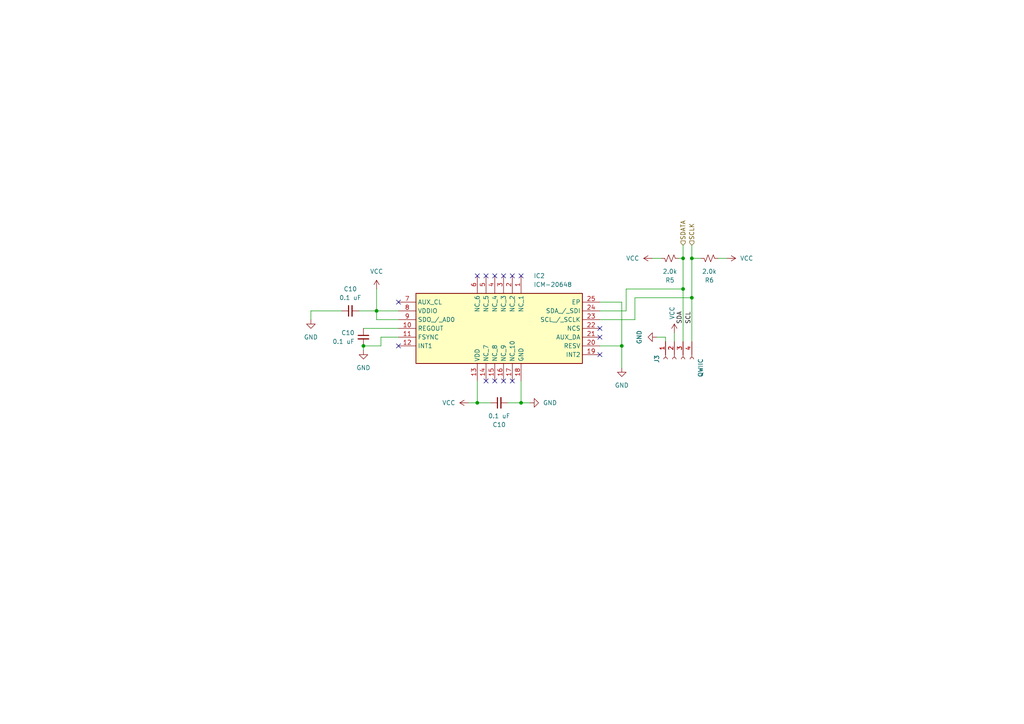
<source format=kicad_sch>
(kicad_sch (version 20230121) (generator eeschema)
  (paper "A4")
  (lib_symbols
    (symbol "Connector:Conn_01x04_Socket" (pin_names (offset 1.016) hide)
      (property "Reference" "J" (at 0 5.08 0))
      (property "Value" "Conn_01x04_Socket" (at 0 -7.62 0))
      (symbol "Conn_01x04_Socket_1_1"
        (arc (start 0 -4.572) (mid -0.5058 -5.08) (end 0 -5.588) (stroke (width 0.1524)))
        (arc (start 0 -2.032) (mid -0.5058 -2.54) (end 0 -3.048) (stroke (width 0.1524)))
        (polyline (pts (xy -1.27 -5.08) (xy -0.508 -5.08)) (stroke (width 0.1524)))
        (polyline (pts (xy -1.27 -2.54) (xy -0.508 -2.54)) (stroke (width 0.1524)))
        (polyline (pts (xy -1.27 0) (xy -0.508 0)) (stroke (width 0.1524)))
        (polyline (pts (xy -1.27 2.54) (xy -0.508 2.54)) (stroke (width 0.1524)))
        (arc (start 0 0.508) (mid -0.5058 0) (end 0 -0.508) (stroke (width 0.1524)))
        (arc (start 0 3.048) (mid -0.5058 2.54) (end 0 2.032) (stroke (width 0.1524)))
        (pin passive line (at -5.08 2.54 0) (length 3.81) (name "Pin_1") (number "1"))
        (pin passive line (at -5.08 0 0) (length 3.81) (name "Pin_2") (number "2"))
        (pin passive line (at -5.08 -2.54 0) (length 3.81) (name "Pin_3") (number "3"))
        (pin passive line (at -5.08 -5.08 0) (length 3.81) (name "Pin_4") (number "4"))
      )
    )
    (symbol "Device:C_Small" (pin_numbers hide) (pin_names (offset 0.254) hide)
      (property "Reference" "C" (at 0.254 1.778 0))
      (property "Value" "C_Small" (at 0.254 -2.032 0))
      (symbol "C_Small_0_1"
        (polyline (pts (xy -1.524 -0.508) (xy 1.524 -0.508)) (stroke (width 0.3302)))
        (polyline (pts (xy -1.524 0.508) (xy 1.524 0.508)) (stroke (width 0.3048)))
      )
      (symbol "C_Small_1_1"
        (pin passive line (at 0 2.54 270) (length 2.032) (name "~") (number "1"))
        (pin passive line (at 0 -2.54 90) (length 2.032) (name "~") (number "2"))
      )
    )
    (symbol "Device:R_Small_US" (pin_numbers hide) (pin_names (offset 0.254) hide)
      (property "Reference" "R" (at 0.762 0.508 0))
      (property "Value" "R_Small_US" (at 0.762 -1.016 0))
      (symbol "R_Small_US_1_1"
        (polyline (pts (xy 0 0) (xy 1.016 -0.381) (xy 0 -0.762) (xy -1.016 -1.143) (xy 0 -1.524)))
        (polyline (pts (xy 0 1.524) (xy 1.016 1.143) (xy 0 0.762) (xy -1.016 0.381) (xy 0 0)))
        (pin passive line (at 0 2.54 270) (length 1.016) (name "~") (number "1"))
        (pin passive line (at 0 -2.54 90) (length 1.016) (name "~") (number "2"))
      )
    )
    (symbol "PCM_4ms_Power-symbol:GND" (power) (pin_names (offset 0))
      (property "Value" "GND" (at 0 -3.81 0))
      (symbol "GND_0_1"
        (polyline (pts (xy 0 0) (xy 0 -1.27) (xy 1.27 -1.27) (xy 0 -2.54) (xy -1.27 -1.27) (xy 0 -1.27)))
      )
      (symbol "GND_1_1"
        (pin power_in line (at 0 0 270) (length 0) hide (name "GND") (number "1"))
      )
    )
    (symbol "imports:ICM-20648"
      (property "Reference" "IC" (at 26.67 22.86 0))
      (property "Value" "ICM-20648" (at 26.67 20.32 0))
      (symbol "ICM-20648_1_1"
        (rectangle (start 5.08 17.78) (end 25.4 -30.48) (stroke (width 0.254)) (fill (type background)))
        (pin passive line (at 0 0 0) (length 5.08) (name "NC_1") (number "1"))
        (pin passive line (at 15.24 -35.56 90) (length 5.08) (name "REGOUT") (number "10"))
        (pin passive line (at 17.78 -35.56 90) (length 5.08) (name "FSYNC") (number "11"))
        (pin passive line (at 20.32 -35.56 90) (length 5.08) (name "INT1") (number "12"))
        (pin passive line (at 30.48 -12.7 180) (length 5.08) (name "VDD") (number "13"))
        (pin passive line (at 30.48 -10.16 180) (length 5.08) (name "NC_7") (number "14"))
        (pin passive line (at 30.48 -7.62 180) (length 5.08) (name "NC_8") (number "15"))
        (pin passive line (at 30.48 -5.08 180) (length 5.08) (name "NC_9") (number "16"))
        (pin passive line (at 30.48 -2.54 180) (length 5.08) (name "NC_10") (number "17"))
        (pin passive line (at 30.48 0 180) (length 5.08) (name "GND") (number "18"))
        (pin passive line (at 22.86 22.86 270) (length 5.08) (name "INT2") (number "19"))
        (pin passive line (at 0 -2.54 0) (length 5.08) (name "NC_2") (number "2"))
        (pin passive line (at 20.32 22.86 270) (length 5.08) (name "RESV") (number "20"))
        (pin passive line (at 17.78 22.86 270) (length 5.08) (name "AUX_DA") (number "21"))
        (pin passive line (at 15.24 22.86 270) (length 5.08) (name "NCS") (number "22"))
        (pin passive line (at 12.7 22.86 270) (length 5.08) (name "SCL_/_SCLK") (number "23"))
        (pin passive line (at 10.16 22.86 270) (length 5.08) (name "SDA_/_SDI") (number "24"))
        (pin passive line (at 7.62 22.86 270) (length 5.08) (name "EP") (number "25"))
        (pin passive line (at 0 -5.08 0) (length 5.08) (name "NC_3") (number "3"))
        (pin passive line (at 0 -7.62 0) (length 5.08) (name "NC_4") (number "4"))
        (pin passive line (at 0 -10.16 0) (length 5.08) (name "NC_5") (number "5"))
        (pin passive line (at 0 -12.7 0) (length 5.08) (name "NC_6") (number "6"))
        (pin passive line (at 7.62 -35.56 90) (length 5.08) (name "AUX_CL") (number "7"))
        (pin passive line (at 10.16 -35.56 90) (length 5.08) (name "VDDIO") (number "8"))
        (pin passive line (at 12.7 -35.56 90) (length 5.08) (name "SDO_/_AD0") (number "9"))
      )
    )
    (symbol "power:GND" (power) (pin_names (offset 0))
      (property "Value" "GND" (at 0 -3.81 0))
      (symbol "GND_0_1"
        (polyline (pts (xy 0 0) (xy 0 -1.27) (xy 1.27 -1.27) (xy 0 -2.54) (xy -1.27 -1.27) (xy 0 -1.27)))
      )
      (symbol "GND_1_1"
        (pin power_in line (at 0 0 270) (length 0) hide (name "GND") (number "1"))
      )
    )
    (symbol "power:VCC" (power) (pin_names (offset 0))
      (property "Value" "VCC" (at 0 3.81 0))
      (symbol "VCC_0_1"
        (polyline (pts (xy -0.762 1.27) (xy 0 2.54)))
        (polyline (pts (xy 0 0) (xy 0 2.54)))
        (polyline (pts (xy 0 2.54) (xy 0.762 1.27)))
      )
      (symbol "VCC_1_1"
        (pin power_in line (at 0 0 90) (length 0) hide (name "VCC") (number "1"))
      )
    )
  )
  (junction (at 198.12 74.93))
  (junction (at 109.22 90.17))
  (junction (at 105.41 100.33))
  (junction (at 200.66 86.36))
  (junction (at 180.34 100.33))
  (junction (at 151.13 116.84))
  (junction (at 138.43 116.84))
  (junction (at 198.12 83.82))
  (junction (at 200.66 74.93))
  (no_connect (at 173.99 97.79))
  (no_connect (at 115.57 87.63))
  (no_connect (at 146.05 80.01))
  (no_connect (at 146.05 110.49))
  (no_connect (at 140.97 110.49))
  (no_connect (at 148.59 80.01))
  (no_connect (at 138.43 80.01))
  (no_connect (at 148.59 110.49))
  (no_connect (at 173.99 102.87))
  (no_connect (at 151.13 80.01))
  (no_connect (at 143.51 110.49))
  (no_connect (at 173.99 95.25))
  (no_connect (at 143.51 80.01))
  (no_connect (at 140.97 80.01))
  (no_connect (at 115.57 100.33))
  (wire (pts (xy 198.12 71.12) (xy 198.12 74.93)))
  (wire (pts (xy 109.22 83.82) (xy 109.22 90.17)))
  (wire (pts (xy 184.15 86.36) (xy 200.66 86.36)))
  (wire (pts (xy 189.23 74.93) (xy 191.77 74.93)))
  (wire (pts (xy 138.43 110.49) (xy 138.43 116.84)))
  (wire (pts (xy 198.12 74.93) (xy 198.12 83.82)))
  (wire (pts (xy 90.17 90.17) (xy 99.06 90.17)))
  (wire (pts (xy 200.66 74.93) (xy 200.66 86.36)))
  (wire (pts (xy 110.49 97.79) (xy 110.49 100.33)))
  (wire (pts (xy 90.17 92.71) (xy 90.17 90.17)))
  (wire (pts (xy 180.34 100.33) (xy 173.99 100.33)))
  (wire (pts (xy 200.66 86.36) (xy 200.66 99.06)))
  (wire (pts (xy 104.14 90.17) (xy 109.22 90.17)))
  (wire (pts (xy 181.61 90.17) (xy 181.61 83.82)))
  (wire (pts (xy 105.41 95.25) (xy 115.57 95.25)))
  (wire (pts (xy 173.99 90.17) (xy 181.61 90.17)))
  (wire (pts (xy 195.58 99.06) (xy 195.58 96.52)))
  (wire (pts (xy 180.34 87.63) (xy 173.99 87.63)))
  (wire (pts (xy 105.41 101.6) (xy 105.41 100.33)))
  (wire (pts (xy 198.12 83.82) (xy 198.12 99.06)))
  (wire (pts (xy 173.99 92.71) (xy 184.15 92.71)))
  (wire (pts (xy 196.85 74.93) (xy 198.12 74.93)))
  (wire (pts (xy 200.66 71.12) (xy 200.66 74.93)))
  (wire (pts (xy 110.49 100.33) (xy 105.41 100.33)))
  (wire (pts (xy 180.34 100.33) (xy 180.34 87.63)))
  (wire (pts (xy 115.57 92.71) (xy 109.22 92.71)))
  (wire (pts (xy 109.22 90.17) (xy 115.57 90.17)))
  (wire (pts (xy 138.43 116.84) (xy 142.24 116.84)))
  (wire (pts (xy 153.67 116.84) (xy 151.13 116.84)))
  (wire (pts (xy 180.34 106.68) (xy 180.34 100.33)))
  (wire (pts (xy 181.61 83.82) (xy 198.12 83.82)))
  (wire (pts (xy 184.15 92.71) (xy 184.15 86.36)))
  (wire (pts (xy 135.89 116.84) (xy 138.43 116.84)))
  (wire (pts (xy 208.28 74.93) (xy 210.82 74.93)))
  (wire (pts (xy 147.32 116.84) (xy 151.13 116.84)))
  (wire (pts (xy 109.22 92.71) (xy 109.22 90.17)))
  (wire (pts (xy 193.04 99.06) (xy 193.04 97.79)))
  (wire (pts (xy 200.66 74.93) (xy 203.2 74.93)))
  (wire (pts (xy 193.04 97.79) (xy 190.5 97.79)))
  (wire (pts (xy 115.57 97.79) (xy 110.49 97.79)))
  (wire (pts (xy 151.13 110.49) (xy 151.13 116.84)))
  (label "SCL" (at 200.66 93.98 90))
  (label "SDA" (at 198.12 93.98 90))
  (hierarchical_label "SCLK" (shape input) (at 200.66 71.12 90))
  (hierarchical_label "SDATA" (shape input) (at 198.12 71.12 90))
  (symbol (lib_id "Device:R_Small_US") (at 194.31 74.93 90) (mirror x) (unit 1)
    (property "Reference" "R5" (at 194.31 81.28 90))
    (property "Value" "2.0k" (at 194.31 78.74 90))
    (property "Footprint" "Resistor_SMD:R_0402_1005Metric" (effects hide))
    (property "Datasheet" "https://www.mouser.com/datasheet/2/447/PYu_RC_Group_51_RoHS_L_11-1984063.pdf" (effects hide))
    (property "JLCPCB Part #" "C137887" (effects hide))
    (property "Manufacturer" "YAGEO" (effects hide))
    (property "Manufacturer_Part_Number" "RC0402JR-072KL" (effects hide))
    (property "Mouser Part Number" "603-RC0402JR-072KL " (effects hide))
    (property "digikey part number" "311-2.0KJRTR-ND" (effects hide))
    (property "package" "0402" (effects hide))
    (property "MPN" "RC0402JR-072KL" (effects hide))
    (instances (project "system-board" (path "" (reference "R5") (unit 1)) (path "" (reference "R20") (unit 1))))
  )
  (symbol (lib_id "power:GND") (at 153.67 116.84 90) (unit 1)
    (property "Reference" "#PWR027" (effects hide))
    (property "Value" "GND" (at 157.48 116.84 90) (effects (justify right)))
    (instances (project "system-board" (path "" (reference "#PWR027") (unit 1)) (path "" (reference "#PWR064") (unit 1))))
  )
  (symbol (lib_id "imports:ICM-20648") (at 151.13 80.01 270) (unit 1)
    (property "Reference" "IC2" (at 154.7561 80.01 90) (effects (justify left)))
    (property "Value" "ICM-20648" (at 154.7561 82.55 90) (effects (justify left)))
    (property "Footprint" "QFN40P300X300X95-25N-D" (effects hide))
    (property "Datasheet" "https://product.tdk.com/system/files/dam/doc/product/sensor/mortion-inertial/imu/data_sheet/ds-000179-icm-20648-v1.2-typ.pdf" (effects hide))
    (property "Height" "0.95" (effects hide))
    (property "Mouser Part Number" "410-ICM-20648" (effects hide))
    (property "Mouser Price/Stock" "https://www.mouser.co.uk/ProductDetail/TDK-InvenSense/ICM-20648?qs=u4fy%2FsgLU9NQzxgFUirJpA%3D%3D" (effects hide))
    (property "Manufacturer_Name" "TDK" (effects hide))
    (property "Manufacturer_Part_Number" "ICM-20648" (effects hide))
    (property "JLCPCB Part #" "C2655103" (effects hide))
    (property "MPN" "ICM-20648" (effects hide))
    (property "Manufacturer" "TDK InvenSense" (effects hide))
    (property "digikey part number" "--" (effects hide))
    (property "package" "QFN-24(3x3)" (effects hide))
    (instances (project "system-board" (path "" (reference "IC2") (unit 1)) (path "" (reference "IC4") (unit 1))))
  )
  (symbol (lib_id "Device:R_Small_US") (at 205.74 74.93 90) (mirror x) (unit 1)
    (property "Reference" "R6" (at 205.74 81.28 90))
    (property "Value" "2.0k" (at 205.74 78.74 90))
    (property "Footprint" "Resistor_SMD:R_0402_1005Metric" (effects hide))
    (property "Datasheet" "https://www.mouser.com/datasheet/2/447/PYu_RC_Group_51_RoHS_L_11-1984063.pdf" (effects hide))
    (property "JLCPCB Part #" "C137887" (effects hide))
    (property "Manufacturer" "YAGEO" (effects hide))
    (property "Manufacturer_Part_Number" "RC0402JR-072KL" (effects hide))
    (property "Mouser Part Number" "603-RC0402JR-072KL " (effects hide))
    (property "digikey part number" "311-2.0KJRTR-ND" (effects hide))
    (property "package" "0402" (effects hide))
    (property "MPN" "RC0402JR-072KL" (effects hide))
    (instances (project "system-board" (path "" (reference "R6") (unit 1)) (path "" (reference "R21") (unit 1))))
  )
  (symbol (lib_id "power:VCC") (at 195.58 96.52 0) (mirror y) (unit 1)
    (property "Reference" "#PWR026" (effects hide))
    (property "Value" "VCC" (at 194.945 92.71 90) (effects (justify left)))
    (instances (project "system-board" (path "" (reference "#PWR026") (unit 1)) (path "" (reference "#PWR059") (unit 1))))
  )
  (symbol (lib_id "Connector:Conn_01x04_Socket") (at 195.58 104.14 90) (mirror x) (unit 1)
    (property "Reference" "J3" (at 190.5 104.14 0))
    (property "Value" "QWIIC" (at 203.2 106.68 0))
    (property "Footprint" "Connector_JST:JST_SH_SM04B-SRSS-TB_1x04-1MP_P1.00mm_Horizontal" (effects hide))
    (property "Datasheet" "https://www.jst-mfg.com/product/pdf/eng/eSH.pdf" (effects hide))
    (property "JLCPCB Part #" "C160404" (effects hide))
    (property "Manufacturer" "JST Sales America, Inc" (effects hide))
    (property "Manufacturer_Part_Number" "SM04B-SRSS-TB(LF)(SN)" (effects hide))
    (property "digikey part number" "455-1804-6-ND" (effects hide))
    (property "package" "--" (effects hide))
    (property "MPN" "SM04B-SRSS-TB(LF)(SN)" (effects hide))
    (instances (project "system-board" (path "" (reference "J3") (unit 1)) (path "" (reference "J8") (unit 1))))
  )
  (symbol (lib_id "power:GND") (at 180.34 106.68 0) (unit 1)
    (property "Reference" "#PWR030" (effects hide))
    (property "Value" "GND" (at 180.34 111.76 0))
    (instances (project "system-board" (path "" (reference "#PWR030") (unit 1)) (path "" (reference "#PWR062") (unit 1))))
  )
  (symbol (lib_id "Device:C_Small") (at 101.6 90.17 90) (mirror x) (unit 1)
    (property "Reference" "C10" (at 101.6063 83.82 90))
    (property "Value" "0.1 uF" (at 101.6063 86.36 90))
    (property "Footprint" "Capacitor_SMD:C_0402_1005Metric" (effects hide))
    (property "Datasheet" "https://www.mouser.com/datasheet/2/447/UPY_NP0X5R_01005_4V_to_25V_V10-3003057.pdf" (effects hide))
    (property "JLCPCB Part #" "C60474" (effects hide))
    (property "Manufacturer" "YAGEO" (effects hide))
    (property "Manufacturer_Part_Number" "CC0402KRX7R7BB104" (effects hide))
    (property "Mouser Part Number" "603-CC402KRX7R7BB104" (effects hide))
    (property "digikey part number" "311-1338-6-ND" (effects hide))
    (property "package" "0402" (effects hide))
    (property "MPN" "CC0402KRX7R7BB104" (effects hide))
    (instances (project "system-board" (path "" (reference "C10") (unit 1)) (path "" (reference "C14") (unit 1)) (path "" (reference "C14") (unit 1))) (project "stacked-boards" (path "" (reference "C?") (unit 1)) (path "" (reference "C24") (unit 1))))
  )
  (symbol (lib_id "power:VCC") (at 135.89 116.84 90) (unit 1)
    (property "Reference" "#PWR025" (effects hide))
    (property "Value" "VCC" (at 132.08 116.84 90) (effects (justify left)))
    (instances (project "system-board" (path "" (reference "#PWR025") (unit 1)) (path "" (reference "#PWR063") (unit 1))))
  )
  (symbol (lib_id "Device:C_Small") (at 105.41 97.79 0) (mirror y) (unit 1)
    (property "Reference" "C10" (at 102.87 96.5263 0) (effects (justify left)))
    (property "Value" "0.1 uF" (at 102.87 99.0663 0) (effects (justify left)))
    (property "Footprint" "Capacitor_SMD:C_0402_1005Metric" (effects hide))
    (property "Datasheet" "https://www.mouser.com/datasheet/2/447/UPY_NP0X5R_01005_4V_to_25V_V10-3003057.pdf" (effects hide))
    (property "JLCPCB Part #" "C60474" (effects hide))
    (property "Manufacturer" "YAGEO" (effects hide))
    (property "Manufacturer_Part_Number" "CC0402KRX7R7BB104" (effects hide))
    (property "Mouser Part Number" "603-CC402KRX7R7BB104" (effects hide))
    (property "digikey part number" "311-1338-6-ND" (effects hide))
    (property "package" "0402" (effects hide))
    (property "MPN" "CC0402KRX7R7BB104" (effects hide))
    (instances (project "system-board" (path "" (reference "C10") (unit 1)) (path "" (reference "C13") (unit 1)) (path "" (reference "C15") (unit 1))) (project "stacked-boards" (path "" (reference "C?") (unit 1)) (path "" (reference "C24") (unit 1))))
  )
  (symbol (lib_id "PCM_4ms_Power-symbol:GND") (at 190.5 97.79 270) (mirror x) (unit 1)
    (property "Reference" "#PWR028" (effects hide))
    (property "Value" "GND" (at 185.42 97.79 0))
    (instances (project "system-board" (path "" (reference "#PWR028") (unit 1)) (path "" (reference "#PWR060") (unit 1))))
  )
  (symbol (lib_id "power:GND") (at 105.41 101.6 0) (unit 1)
    (property "Reference" "#PWR061" (effects hide))
    (property "Value" "GND" (at 105.41 106.68 0))
  )
  (symbol (lib_id "power:VCC") (at 189.23 74.93 90) (unit 1)
    (property "Reference" "#PWR023" (effects hide))
    (property "Value" "VCC" (at 185.42 74.93 90) (effects (justify left)))
    (instances (project "system-board" (path "" (reference "#PWR023") (unit 1)) (path "" (reference "#PWR055") (unit 1))))
  )
  (symbol (lib_id "power:VCC") (at 210.82 74.93 270) (unit 1)
    (property "Reference" "#PWR024" (effects hide))
    (property "Value" "VCC" (at 214.63 74.93 90) (effects (justify left)))
    (instances (project "system-board" (path "" (reference "#PWR024") (unit 1)) (path "" (reference "#PWR056") (unit 1))))
  )
  (symbol (lib_id "power:GND") (at 90.17 92.71 0) (unit 1)
    (property "Reference" "#PWR050" (effects hide))
    (property "Value" "GND" (at 90.17 97.79 0))
    (instances (project "system-board" (path "" (reference "#PWR050") (unit 1)) (path "" (reference "#PWR058") (unit 1))))
  )
  (symbol (lib_id "power:VCC") (at 109.22 83.82 0) (unit 1)
    (property "Reference" "#PWR029" (effects hide))
    (property "Value" "VCC" (at 109.22 78.74 0))
    (instances (project "system-board" (path "" (reference "#PWR029") (unit 1)) (path "" (reference "#PWR057") (unit 1))))
  )
  (symbol (lib_id "Device:C_Small") (at 144.78 116.84 90) (unit 1)
    (property "Reference" "C10" (at 144.7863 123.19 90))
    (property "Value" "0.1 uF" (at 144.7863 120.65 90))
    (property "Footprint" "Capacitor_SMD:C_0402_1005Metric" (effects hide))
    (property "Datasheet" "https://www.mouser.com/datasheet/2/447/UPY_NP0X5R_01005_4V_to_25V_V10-3003057.pdf" (effects hide))
    (property "JLCPCB Part #" "C60474" (effects hide))
    (property "Manufacturer" "YAGEO" (effects hide))
    (property "Manufacturer_Part_Number" "CC0402KRX7R7BB104" (effects hide))
    (property "Mouser Part Number" "603-CC402KRX7R7BB104" (effects hide))
    (property "digikey part number" "311-1338-6-ND" (effects hide))
    (property "package" "0402" (effects hide))
    (property "MPN" "CC0402KRX7R7BB104" (effects hide))
    (instances (project "system-board" (path "" (reference "C10") (unit 1)) (path "" (reference "C16") (unit 1)) (path "" (reference "C16") (unit 1))) (project "stacked-boards" (path "" (reference "C?") (unit 1)) (path "" (reference "C24") (unit 1))))
  )
)
</source>
